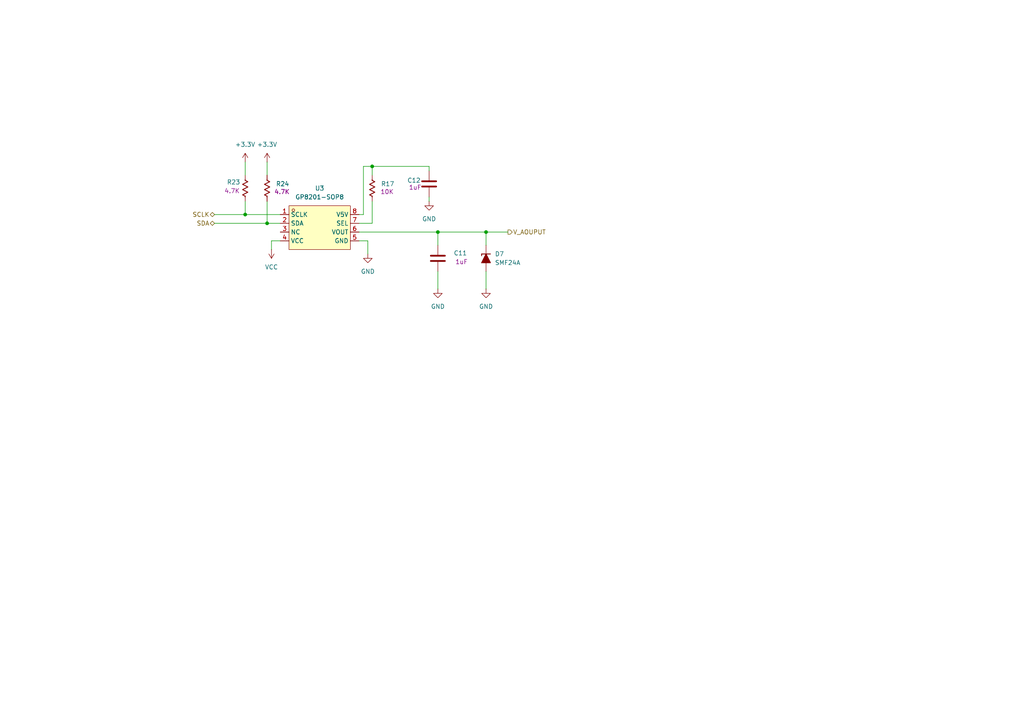
<source format=kicad_sch>
(kicad_sch (version 20250114) (generator "eeschema") (generator_version "9.0")
  (paper "A4")
  (lib_symbols
    (symbol "PCM_Capacitor_AKL:C_0805" (pin_numbers (hide yes)) (pin_names (offset 0.254))
      (property "Reference" "C" (at 0.635 2.54 0))
      (property "Value" "C_0805" (at 0.635 -2.54 0))
      (symbol "C_0805_0_1"
        (polyline (pts (xy -2.032 0.762) (xy 2.032 0.762)) (stroke (width 0.508)))
        (polyline (pts (xy -2.032 -0.762) (xy 2.032 -0.762)) (stroke (width 0.508)))
      )
      (symbol "C_0805_0_2"
        (polyline (pts (xy -2.54 -2.54) (xy -0.381 -0.381)))
        (polyline (pts (xy -0.508 -0.508) (xy -1.651 0.635)) (stroke (width 0.508)))
        (polyline (pts (xy -0.508 -0.508) (xy 0.635 -1.651)) (stroke (width 0.508)))
        (polyline (pts (xy 0.381 0.381) (xy 2.54 2.54)))
        (polyline (pts (xy 0.508 0.508) (xy -0.635 1.651)) (stroke (width 0.508)))
        (polyline (pts (xy 0.508 0.508) (xy 1.651 -0.635)) (stroke (width 0.508)))
      )
      (symbol "C_0805_1_1"
        (pin passive line (at 0 3.81 270) (length 2.794) (name "~") (number "1"))
        (pin passive line (at 0 -3.81 90) (length 2.794) (name "~") (number "2"))
      )
      (symbol "C_0805_1_2"
        (pin passive line (at -2.54 -2.54 90) (length 0) (name "~") (number "2"))
        (pin passive line (at 2.54 2.54 270) (length 0) (name "~") (number "1"))
      )
    )
    (symbol "PCM_Diode_TVS_AKL:SMF24A" (pin_numbers (hide yes)) (pin_names (offset 1.016) (hide yes))
      (property "Reference" "D" (at 0 5.08 0))
      (property "Value" "SMF24A" (at 0 2.54 0))
      (symbol "SMF24A_0_1"
        (polyline (pts (xy -1.27 1.27) (xy -1.27 -1.27) (xy 1.27 0) (xy -1.27 1.27)) (stroke (width 0.254)) (fill (type outline)))
        (polyline (pts (xy -1.27 0) (xy 1.27 0)))
        (polyline (pts (xy 1.27 1.27) (xy 0.762 1.27)) (stroke (width 0.254)))
        (polyline (pts (xy 1.27 -1.27) (xy 1.27 1.27)) (stroke (width 0.254)))
      )
      (symbol "SMF24A_0_2"
        (polyline (pts (xy -2.54 -2.54) (xy 2.54 2.54)))
        (polyline (pts (xy -0.889 -0.889) (xy -1.778 0) (xy 0.889 0.889) (xy 0 -1.778) (xy -0.889 -0.889)) (stroke (width 0.254)) (fill (type outline)))
        (polyline (pts (xy 0 1.778) (xy -0.381 1.397)) (stroke (width 0.254)))
        (polyline (pts (xy 0 1.778) (xy 1.778 0)) (stroke (width 0.254)))
      )
      (symbol "SMF24A_1_1"
        (pin passive line (at -3.81 0 0) (length 2.54) (name "A") (number "2"))
        (pin passive line (at 3.81 0 180) (length 2.54) (name "K") (number "1"))
      )
      (symbol "SMF24A_1_2"
        (pin passive line (at -2.54 -2.54 0) (length 0) (name "A") (number "2"))
        (pin passive line (at 2.54 2.54 180) (length 0) (name "K") (number "1"))
      )
    )
    (symbol "PCM_Resistor_US_AKL:R_0603" (pin_numbers (hide yes)) (pin_names (offset 0))
      (property "Reference" "R" (at 2.54 1.27 0))
      (property "Value" "R_0603" (at 2.54 -1.27 0))
      (symbol "R_0603_0_1"
        (polyline (pts (xy 0 2.286) (xy 0 2.54)) (stroke (width 0.254)))
        (polyline (pts (xy 0 2.286) (xy 0.762 1.905) (xy -0.762 1.143) (xy 0 0.762) (xy 0.762 0.381) (xy 0 0) (xy -0.762 -0.381) (xy 0 -0.762) (xy 0.762 -1.143) (xy 0 -1.524) (xy -0.762 -1.905) (xy 0 -2.286)) (stroke (width 0.254)))
        (polyline (pts (xy 0 -2.286) (xy 0 -2.54)) (stroke (width 0.254)))
      )
      (symbol "R_0603_0_2"
        (polyline (pts (xy -2.54 -2.54) (xy -1.778 -1.778)))
        (polyline (pts (xy -1.778 -1.778) (xy -1.524 -1.524)) (stroke (width 0.254)))
        (polyline (pts (xy -1.524 -1.524) (xy -1.778 -0.762) (xy -1.016 -1.016)) (stroke (width 0.254)))
        (polyline (pts (xy -0.508 -0.508) (xy -0.762 0.254) (xy 0 0)) (stroke (width 0.254)))
        (polyline (pts (xy -0.508 -0.508) (xy -0.254 -1.27) (xy -1.016 -1.016)) (stroke (width 0.254)))
        (polyline (pts (xy 0.508 0.508) (xy 0.254 1.27) (xy 1.016 1.016)) (stroke (width 0.254)))
        (polyline (pts (xy 0.508 0.508) (xy 0.762 -0.254) (xy 0 0)) (stroke (width 0.254)))
        (polyline (pts (xy 1.524 1.524) (xy 1.778 0.762) (xy 1.016 1.016)) (stroke (width 0.254)))
        (polyline (pts (xy 1.778 1.778) (xy 1.524 1.524)) (stroke (width 0.254)))
        (polyline (pts (xy 1.778 1.778) (xy 2.54 2.54)))
      )
      (symbol "R_0603_1_1"
        (pin passive line (at 0 3.81 270) (length 1.27) (name "~") (number "1"))
        (pin passive line (at 0 -3.81 90) (length 1.27) (name "~") (number "2"))
      )
      (symbol "R_0603_1_2"
        (pin passive line (at -2.54 -2.54 0) (length 0) (name "") (number "2"))
        (pin passive line (at 2.54 2.54 180) (length 0) (name "") (number "1"))
      )
    )
    (symbol "PUENTE DIODO:GP8201-SOP8"
      (property "Reference" "U" (at 0 8.89 0))
      (property "Value" "GP8201-SOP8" (at 0 -8.89 0))
      (symbol "GP8201-SOP8_0_1"
        (rectangle (start -8.89 6.35) (end 8.89 -6.35) (fill (type background)))
        (circle (center -7.62 5.08) (radius 0.38))
        (pin unspecified line (at -11.43 3.81 0) (length 2.54) (name "SCLK") (number "1"))
        (pin unspecified line (at -11.43 1.27 0) (length 2.54) (name "SDA") (number "2"))
        (pin unspecified line (at -11.43 -1.27 0) (length 2.54) (name "NC") (number "3"))
        (pin unspecified line (at -11.43 -3.81 0) (length 2.54) (name "VCC") (number "4"))
        (pin unspecified line (at 11.43 3.81 180) (length 2.54) (name "V5V") (number "8"))
        (pin unspecified line (at 11.43 1.27 180) (length 2.54) (name "SEL") (number "7"))
        (pin unspecified line (at 11.43 -1.27 180) (length 2.54) (name "VOUT") (number "6"))
        (pin unspecified line (at 11.43 -3.81 180) (length 2.54) (name "GND") (number "5"))
      )
    )
    (symbol "power:+3.3V" (power) (pin_numbers (hide yes)) (pin_names (offset 0) (hide yes))
      (property "Value" "+3.3V" (at 0 3.556 0))
      (symbol "+3.3V_0_1"
        (polyline (pts (xy -0.762 1.27) (xy 0 2.54)))
        (polyline (pts (xy 0 2.54) (xy 0.762 1.27)))
        (polyline (pts (xy 0 0) (xy 0 2.54)))
      )
      (symbol "+3.3V_1_1"
        (pin power_in line (at 0 0 90) (length 0) (name "~") (number "1"))
      )
    )
    (symbol "power:GND" (power) (pin_numbers (hide yes)) (pin_names (offset 0) (hide yes))
      (property "Value" "GND" (at 0 -3.81 0))
      (symbol "GND_0_1"
        (polyline (pts (xy 0 0) (xy 0 -1.27) (xy 1.27 -1.27) (xy 0 -2.54) (xy -1.27 -1.27) (xy 0 -1.27)))
      )
      (symbol "GND_1_1"
        (pin power_in line (at 0 0 270) (length 0) (name "~") (number "1"))
      )
    )
    (symbol "power:VCC" (power) (pin_numbers (hide yes)) (pin_names (offset 0) (hide yes))
      (property "Value" "VCC" (at 0 3.556 0))
      (symbol "VCC_0_1"
        (polyline (pts (xy -0.762 1.27) (xy 0 2.54)))
        (polyline (pts (xy 0 2.54) (xy 0.762 1.27)))
        (polyline (pts (xy 0 0) (xy 0 2.54)))
      )
      (symbol "VCC_1_1"
        (pin power_in line (at 0 0 90) (length 0) (name "~") (number "1"))
      )
    )
  )
  (junction (at 140.97 67.31))
  (junction (at 127 67.31))
  (junction (at 71.12 62.23))
  (junction (at 77.47 64.77))
  (junction (at 107.95 48.26))
  (wire (pts (xy 106.68 69.85) (xy 104.14 69.85)))
  (wire (pts (xy 62.23 64.77) (xy 77.47 64.77)))
  (wire (pts (xy 62.23 62.23) (xy 71.12 62.23)))
  (wire (pts (xy 78.74 69.85) (xy 81.28 69.85)))
  (wire (pts (xy 127 78.74) (xy 127 83.82)))
  (wire (pts (xy 105.41 62.23) (xy 105.41 48.26)))
  (wire (pts (xy 71.12 62.23) (xy 81.28 62.23)))
  (wire (pts (xy 127 67.31) (xy 127 71.12)))
  (wire (pts (xy 127 67.31) (xy 140.97 67.31)))
  (wire (pts (xy 78.74 72.39) (xy 78.74 69.85)))
  (wire (pts (xy 107.95 48.26) (xy 107.95 50.8)))
  (wire (pts (xy 106.68 69.85) (xy 106.68 73.66)))
  (wire (pts (xy 140.97 67.31) (xy 147.32 67.31)))
  (wire (pts (xy 77.47 46.99) (xy 77.47 50.8)))
  (wire (pts (xy 124.46 57.15) (xy 124.46 58.42)))
  (wire (pts (xy 140.97 78.74) (xy 140.97 83.82)))
  (wire (pts (xy 71.12 58.42) (xy 71.12 62.23)))
  (wire (pts (xy 104.14 62.23) (xy 105.41 62.23)))
  (wire (pts (xy 77.47 64.77) (xy 81.28 64.77)))
  (wire (pts (xy 124.46 48.26) (xy 107.95 48.26)))
  (wire (pts (xy 107.95 58.42) (xy 107.95 64.77)))
  (wire (pts (xy 140.97 67.31) (xy 140.97 71.12)))
  (wire (pts (xy 104.14 67.31) (xy 127 67.31)))
  (wire (pts (xy 124.46 48.26) (xy 124.46 49.53)))
  (wire (pts (xy 77.47 58.42) (xy 77.47 64.77)))
  (wire (pts (xy 104.14 64.77) (xy 107.95 64.77)))
  (wire (pts (xy 71.12 46.99) (xy 71.12 50.8)))
  (wire (pts (xy 105.41 48.26) (xy 107.95 48.26)))
  (hierarchical_label "SCLK" (shape bidirectional) (at 62.23 62.23 180))
  (hierarchical_label "SDA" (shape bidirectional) (at 62.23 64.77 180))
  (hierarchical_label "V_AOUPUT" (shape output) (at 147.32 67.31 0))
  (symbol (lib_id "power:GND") (at 106.68 73.66 0) (unit 1)
    (property "Reference" "#PWR031" (effects (hide yes)))
    (property "Value" "GND" (at 106.68 78.74 0))
    (property "Description" "Power symbol creates a global label with name \"GND\" , ground" (effects (hide yes)))
  )
  (symbol (lib_id "power:+3.3V") (at 71.12 46.99 0) (unit 1)
    (property "Reference" "#PWR049" (effects (hide yes)))
    (property "Value" "+3.3V" (at 71.12 41.91 0))
    (property "Description" "Power symbol creates a global label with name \"+3.3V\"" (effects (hide yes)))
  )
  (symbol (lib_id "PCM_Capacitor_AKL:C_0805") (at 127 74.93 0) (unit 1)
    (property "Reference" "C11" (at 131.572 73.406 0) (effects (justify left)))
    (property "Value" "C_0805" (effects (hide yes)))
    (property "Footprint" "PCM_Capacitor_SMD_AKL:C_0805_2012Metric" (effects (hide yes)))
    (property "Description" "SMD 0805 MLCC capacitor, Alternate KiCad Library" (effects (hide yes)))
    (property "Capacidad" "1uF" (at 133.858 75.946 0))
  )
  (symbol (lib_id "power:GND") (at 140.97 83.82 0) (unit 1)
    (property "Reference" "#PWR033" (effects (hide yes)))
    (property "Value" "GND" (at 140.97 88.9 0))
    (property "Description" "Power symbol creates a global label with name \"GND\" , ground" (effects (hide yes)))
  )
  (symbol (lib_id "PCM_Capacitor_AKL:C_0805") (at 124.46 53.34 180) (unit 1)
    (property "Reference" "C12" (at 118.11 52.324 0) (effects (justify right)))
    (property "Value" "C_0805" (effects (hide yes)))
    (property "Footprint" "PCM_Capacitor_SMD_AKL:C_0805_2012Metric" (effects (hide yes)))
    (property "Description" "SMD 0805 MLCC capacitor, Alternate KiCad Library" (effects (hide yes)))
    (property "Capacidad" "1uF" (at 120.396 54.356 0))
  )
  (symbol (lib_id "PCM_Diode_TVS_AKL:SMF24A") (at 140.97 74.93 90) (unit 1)
    (property "Reference" "D7" (at 143.51 73.6599 90) (effects (justify right)))
    (property "Value" "SMF24A" (at 143.51 76.1999 90) (effects (justify right)))
    (property "Footprint" "PCM_Diode_SMD_AKL:D_SOD-123F" (effects (hide yes)))
    (property "Datasheet" "https://www.tme.eu/Document/95faf1e5e821ed1b438500c66c7b0bd9/smf50a.pdf" (effects (hide yes)))
    (property "Description" "SOD-123F Unidirectional TVS diode, 24V, 200W, Alternate KiCAD Library" (effects (hide yes)))
  )
  (symbol (lib_id "PCM_Resistor_US_AKL:R_0603") (at 107.95 54.61 180) (unit 1)
    (property "Reference" "R17" (at 110.49 53.3399 0) (effects (justify right)))
    (property "Value" "R_0603" (effects (hide yes)))
    (property "Footprint" "PCM_Resistor_SMD_AKL:R_0603_1608Metric" (effects (hide yes)))
    (property "Description" "SMD 0603 Chip Resistor, US Symbol, Alternate KiCad Library" (effects (hide yes)))
    (property "Field5" "10K" (at 112.268 55.626 0))
  )
  (symbol (lib_id "power:+3.3V") (at 77.47 46.99 0) (unit 1)
    (property "Reference" "#PWR050" (effects (hide yes)))
    (property "Value" "+3.3V" (at 77.47 41.91 0))
    (property "Description" "Power symbol creates a global label with name \"+3.3V\"" (effects (hide yes)))
  )
  (symbol (lib_id "PUENTE DIODO:GP8201-SOP8") (at 92.71 66.04 0) (unit 1)
    (property "Reference" "U3" (at 92.71 54.61 0))
    (property "Value" "GP8201-SOP8" (at 92.71 57.15 0))
    (property "Footprint" "Battery:GP8201" (effects (hide yes)))
    (property "LCSC Part" "C9900017396" (effects (hide yes)))
  )
  (symbol (lib_id "power:GND") (at 124.46 58.42 0) (unit 1)
    (property "Reference" "#PWR048" (effects (hide yes)))
    (property "Value" "GND" (at 124.46 63.5 0))
    (property "Description" "Power symbol creates a global label with name \"GND\" , ground" (effects (hide yes)))
  )
  (symbol (lib_id "power:VCC") (at 78.74 72.39 180) (unit 1)
    (property "Reference" "#PWR034" (effects (hide yes)))
    (property "Value" "VCC" (at 78.74 77.47 0))
    (property "Description" "Power symbol creates a global label with name \"VCC\"" (effects (hide yes)))
  )
  (symbol (lib_id "PCM_Resistor_US_AKL:R_0603") (at 71.12 54.61 180) (unit 1)
    (property "Reference" "R23" (at 65.786 52.832 0) (effects (justify right)))
    (property "Value" "R_0603" (effects (hide yes)))
    (property "Footprint" "PCM_Resistor_SMD_AKL:R_0603_1608Metric" (effects (hide yes)))
    (property "Description" "SMD 0603 Chip Resistor, US Symbol, Alternate KiCad Library" (effects (hide yes)))
    (property "Field5" "4.7K" (at 67.31 55.372 0))
  )
  (symbol (lib_id "power:GND") (at 127 83.82 0) (unit 1)
    (property "Reference" "#PWR032" (effects (hide yes)))
    (property "Value" "GND" (at 127 88.9 0))
    (property "Description" "Power symbol creates a global label with name \"GND\" , ground" (effects (hide yes)))
  )
  (symbol (lib_id "PCM_Resistor_US_AKL:R_0603") (at 77.47 54.61 180) (unit 1)
    (property "Reference" "R24" (at 80.01 53.3399 0) (effects (justify right)))
    (property "Value" "R_0603" (effects (hide yes)))
    (property "Footprint" "PCM_Resistor_SMD_AKL:R_0603_1608Metric" (effects (hide yes)))
    (property "Description" "SMD 0603 Chip Resistor, US Symbol, Alternate KiCad Library" (effects (hide yes)))
    (property "Field5" "4.7K" (at 81.788 55.626 0))
  )
)
</source>
